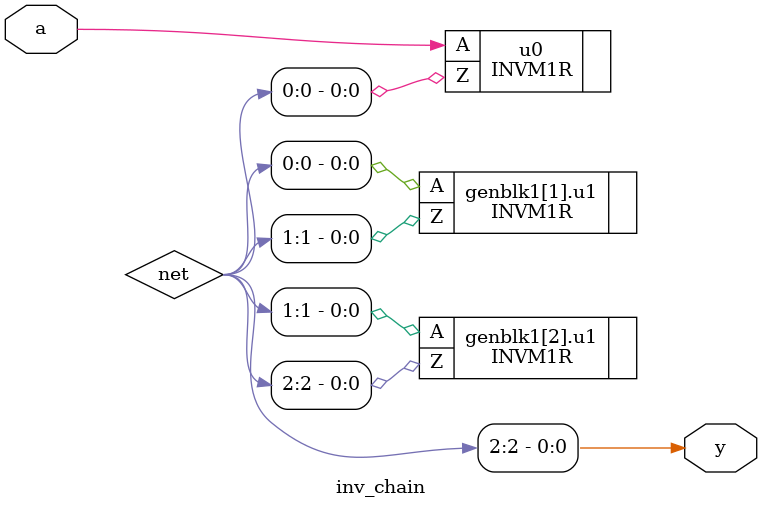
<source format=sv>
module inv_chain
	#(parameter N=3)	
	(
	input a,
	output y);
	
	logic [N-1:0] net;

	`ifdef SYNTHESIS
		INVM1R u0(.A(a), .Z(net[0]));
	`else
		inv_beh u0(.A(a), .Z(net[0]));
	`endif

	genvar i;
	
	`ifdef SYNTHESIS
		generate
			for(i=1; i<N; i=i+1) begin
			INVM1R u1 (.A(net[i-1]), .Z(net[i]));
			end
		endgenerate
	`else
		generate
			for(i=1; i<N; i=i+1) begin
			inv_beh u1 (.A(net[i-1]), .Z(net[i]));
			end
		endgenerate
	`endif
	

	assign y = net[N-1];
endmodule

</source>
